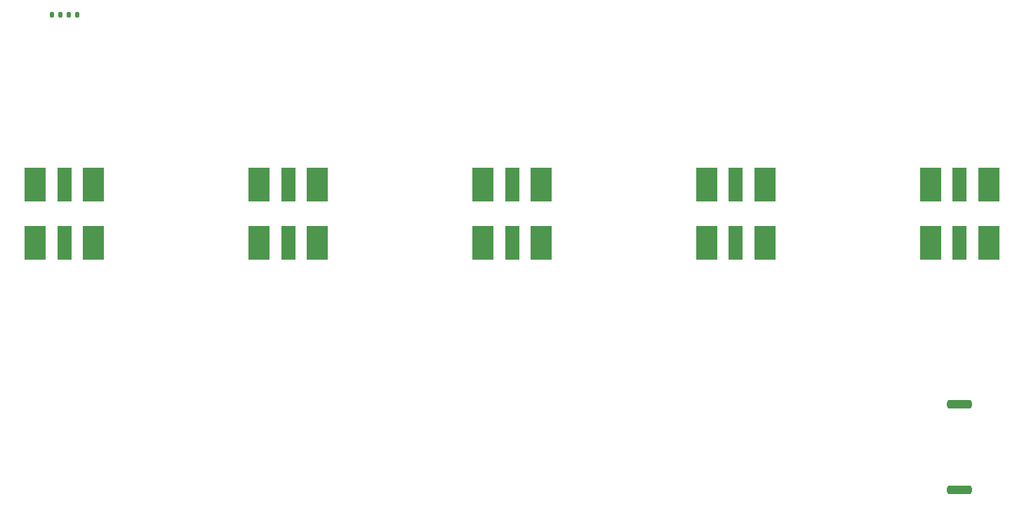
<source format=gbr>
%TF.GenerationSoftware,KiCad,Pcbnew,7.0.1*%
%TF.CreationDate,2023-05-09T18:35:20+02:00*%
%TF.ProjectId,antenna-evaluation-board,616e7465-6e6e-4612-9d65-76616c756174,rev?*%
%TF.SameCoordinates,Original*%
%TF.FileFunction,Paste,Top*%
%TF.FilePolarity,Positive*%
%FSLAX46Y46*%
G04 Gerber Fmt 4.6, Leading zero omitted, Abs format (unit mm)*
G04 Created by KiCad (PCBNEW 7.0.1) date 2023-05-09 18:35:20*
%MOMM*%
%LPD*%
G01*
G04 APERTURE LIST*
G04 Aperture macros list*
%AMRoundRect*
0 Rectangle with rounded corners*
0 $1 Rounding radius*
0 $2 $3 $4 $5 $6 $7 $8 $9 X,Y pos of 4 corners*
0 Add a 4 corners polygon primitive as box body*
4,1,4,$2,$3,$4,$5,$6,$7,$8,$9,$2,$3,0*
0 Add four circle primitives for the rounded corners*
1,1,$1+$1,$2,$3*
1,1,$1+$1,$4,$5*
1,1,$1+$1,$6,$7*
1,1,$1+$1,$8,$9*
0 Add four rect primitives between the rounded corners*
20,1,$1+$1,$2,$3,$4,$5,0*
20,1,$1+$1,$4,$5,$6,$7,0*
20,1,$1+$1,$6,$7,$8,$9,0*
20,1,$1+$1,$8,$9,$2,$3,0*%
G04 Aperture macros list end*
%ADD10R,1.780000X4.190000*%
%ADD11R,2.665000X4.190000*%
%ADD12RoundRect,0.135000X0.135000X0.185000X-0.135000X0.185000X-0.135000X-0.185000X0.135000X-0.185000X0*%
%ADD13RoundRect,0.250000X1.250000X0.250000X-1.250000X0.250000X-1.250000X-0.250000X1.250000X-0.250000X0*%
%ADD14RoundRect,0.135000X-0.135000X-0.185000X0.135000X-0.185000X0.135000X0.185000X-0.135000X0.185000X0*%
G04 APERTURE END LIST*
D10*
%TO.C,J10*%
X150500000Y-77500000D03*
D11*
X147007500Y-77500000D03*
X153992500Y-77500000D03*
%TD*%
D10*
%TO.C,J4*%
X123500000Y-70500000D03*
D11*
X126992500Y-70500000D03*
X120007500Y-70500000D03*
%TD*%
D10*
%TO.C,J7*%
X96500000Y-77500000D03*
D11*
X93007500Y-77500000D03*
X99992500Y-77500000D03*
%TD*%
D12*
%TO.C,R1*%
X42020000Y-50000000D03*
X41000000Y-50000000D03*
%TD*%
D10*
%TO.C,J1*%
X42500000Y-70500000D03*
D11*
X45992500Y-70500000D03*
X39007500Y-70500000D03*
%TD*%
D10*
%TO.C,J8*%
X69500000Y-77500000D03*
D11*
X66007500Y-77500000D03*
X72992500Y-77500000D03*
%TD*%
D10*
%TO.C,J9*%
X42500000Y-77500000D03*
D11*
X39007500Y-77500000D03*
X45992500Y-77500000D03*
%TD*%
D10*
%TO.C,J6*%
X123500000Y-77500000D03*
D11*
X120007500Y-77500000D03*
X126992500Y-77500000D03*
%TD*%
D10*
%TO.C,J2*%
X96500000Y-70500000D03*
D11*
X99992500Y-70500000D03*
X93007500Y-70500000D03*
%TD*%
D10*
%TO.C,J3*%
X69500000Y-70500000D03*
D11*
X72992500Y-70500000D03*
X66007500Y-70500000D03*
%TD*%
D13*
%TO.C,AE10*%
X150500000Y-97000000D03*
X150500000Y-107300000D03*
%TD*%
D10*
%TO.C,J5*%
X150500000Y-70500000D03*
D11*
X153992500Y-70500000D03*
X147007500Y-70500000D03*
%TD*%
D14*
%TO.C,R2*%
X43000000Y-50000000D03*
X44020000Y-50000000D03*
%TD*%
M02*

</source>
